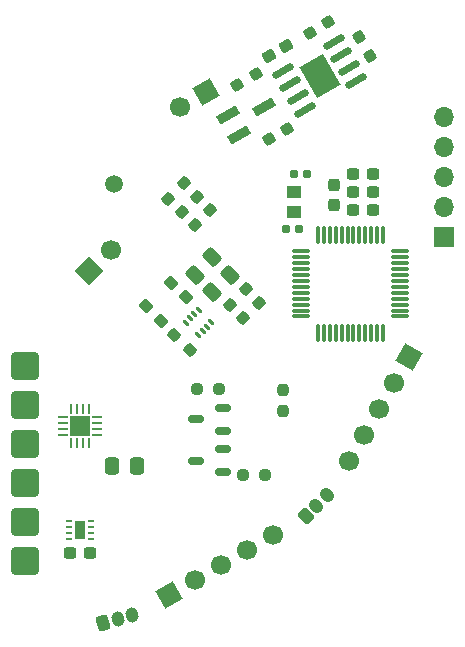
<source format=gbr>
%TF.GenerationSoftware,KiCad,Pcbnew,7.0.7*%
%TF.CreationDate,2023-12-04T17:40:57-05:00*%
%TF.ProjectId,PEEKbot_APS,5045454b-626f-4745-9f41-50532e6b6963,rev?*%
%TF.SameCoordinates,Original*%
%TF.FileFunction,Soldermask,Bot*%
%TF.FilePolarity,Negative*%
%FSLAX46Y46*%
G04 Gerber Fmt 4.6, Leading zero omitted, Abs format (unit mm)*
G04 Created by KiCad (PCBNEW 7.0.7) date 2023-12-04 17:40:57*
%MOMM*%
%LPD*%
G01*
G04 APERTURE LIST*
G04 Aperture macros list*
%AMRoundRect*
0 Rectangle with rounded corners*
0 $1 Rounding radius*
0 $2 $3 $4 $5 $6 $7 $8 $9 X,Y pos of 4 corners*
0 Add a 4 corners polygon primitive as box body*
4,1,4,$2,$3,$4,$5,$6,$7,$8,$9,$2,$3,0*
0 Add four circle primitives for the rounded corners*
1,1,$1+$1,$2,$3*
1,1,$1+$1,$4,$5*
1,1,$1+$1,$6,$7*
1,1,$1+$1,$8,$9*
0 Add four rect primitives between the rounded corners*
20,1,$1+$1,$2,$3,$4,$5,0*
20,1,$1+$1,$4,$5,$6,$7,0*
20,1,$1+$1,$6,$7,$8,$9,0*
20,1,$1+$1,$8,$9,$2,$3,0*%
%AMHorizOval*
0 Thick line with rounded ends*
0 $1 width*
0 $2 $3 position (X,Y) of the first rounded end (center of the circle)*
0 $4 $5 position (X,Y) of the second rounded end (center of the circle)*
0 Add line between two ends*
20,1,$1,$2,$3,$4,$5,0*
0 Add two circle primitives to create the rounded ends*
1,1,$1,$2,$3*
1,1,$1,$4,$5*%
%AMRotRect*
0 Rectangle, with rotation*
0 The origin of the aperture is its center*
0 $1 length*
0 $2 width*
0 $3 Rotation angle, in degrees counterclockwise*
0 Add horizontal line*
21,1,$1,$2,0,0,$3*%
G04 Aperture macros list end*
%ADD10RoundRect,0.250001X0.899999X0.899999X-0.899999X0.899999X-0.899999X-0.899999X0.899999X-0.899999X0*%
%ADD11RotRect,1.700000X1.700000X300.000000*%
%ADD12HorizOval,1.700000X0.000000X0.000000X0.000000X0.000000X0*%
%ADD13RoundRect,0.249900X0.088388X-0.477438X0.477438X-0.088388X-0.088388X0.477438X-0.477438X0.088388X0*%
%ADD14HorizOval,1.050000X-0.088388X0.088388X0.088388X-0.088388X0*%
%ADD15R,1.700000X1.700000*%
%ADD16O,1.700000X1.700000*%
%ADD17RotRect,1.700000X1.700000X330.000000*%
%ADD18HorizOval,1.700000X0.000000X0.000000X0.000000X0.000000X0*%
%ADD19RotRect,1.700000X1.700000X135.000000*%
%ADD20HorizOval,1.700000X0.000000X0.000000X0.000000X0.000000X0*%
%ADD21RoundRect,0.249900X-0.162173X-0.457668X0.369280X-0.315266X0.162173X0.457668X-0.369280X0.315266X0*%
%ADD22HorizOval,1.050000X-0.032352X0.120741X0.032352X-0.120741X0*%
%ADD23RotRect,1.700000X1.700000X120.000000*%
%ADD24HorizOval,1.700000X0.000000X0.000000X0.000000X0.000000X0*%
%ADD25RoundRect,0.250000X-0.097227X0.574524X-0.574524X0.097227X0.097227X-0.574524X0.574524X-0.097227X0*%
%ADD26RoundRect,0.237500X0.380070X-0.044194X-0.044194X0.380070X-0.380070X0.044194X0.044194X-0.380070X0*%
%ADD27RoundRect,0.150000X0.512500X0.150000X-0.512500X0.150000X-0.512500X-0.150000X0.512500X-0.150000X0*%
%ADD28RoundRect,0.237500X0.250000X0.237500X-0.250000X0.237500X-0.250000X-0.237500X0.250000X-0.237500X0*%
%ADD29RoundRect,0.050000X0.272236X-0.130815X-0.130815X0.272236X-0.272236X0.130815X0.130815X-0.272236X0*%
%ADD30RoundRect,0.237500X0.237500X-0.300000X0.237500X0.300000X-0.237500X0.300000X-0.237500X-0.300000X0*%
%ADD31RoundRect,0.237500X0.344715X-0.008839X-0.008839X0.344715X-0.344715X0.008839X0.008839X-0.344715X0*%
%ADD32R,0.500000X0.250000*%
%ADD33R,0.900000X1.600000*%
%ADD34RoundRect,0.237500X-0.008839X-0.344715X0.344715X0.008839X0.008839X0.344715X-0.344715X-0.008839X0*%
%ADD35RoundRect,0.155000X0.212500X0.155000X-0.212500X0.155000X-0.212500X-0.155000X0.212500X-0.155000X0*%
%ADD36RoundRect,0.237500X-0.300000X-0.237500X0.300000X-0.237500X0.300000X0.237500X-0.300000X0.237500X0*%
%ADD37RotRect,1.900000X0.800000X30.000000*%
%ADD38RoundRect,0.150000X0.639471X0.542404X-0.789471X-0.282596X-0.639471X-0.542404X0.789471X0.282596X0*%
%ADD39RotRect,2.290000X3.000000X210.000000*%
%ADD40RoundRect,0.250000X-0.337500X-0.475000X0.337500X-0.475000X0.337500X0.475000X-0.337500X0.475000X0*%
%ADD41RoundRect,0.237500X-0.097756X-0.330681X0.335256X-0.080681X0.097756X0.330681X-0.335256X0.080681X0*%
%ADD42RoundRect,0.237500X0.330681X-0.097756X0.080681X0.335256X-0.330681X0.097756X-0.080681X-0.335256X0*%
%ADD43RoundRect,0.237500X-0.237500X0.250000X-0.237500X-0.250000X0.237500X-0.250000X0.237500X0.250000X0*%
%ADD44C,1.500000*%
%ADD45RoundRect,0.155000X-0.212500X-0.155000X0.212500X-0.155000X0.212500X0.155000X-0.212500X0.155000X0*%
%ADD46RoundRect,0.237500X-0.141058X-0.355681X0.378558X-0.055681X0.141058X0.355681X-0.378558X0.055681X0*%
%ADD47RoundRect,0.075000X-0.075000X0.662500X-0.075000X-0.662500X0.075000X-0.662500X0.075000X0.662500X0*%
%ADD48RoundRect,0.075000X-0.662500X0.075000X-0.662500X-0.075000X0.662500X-0.075000X0.662500X0.075000X0*%
%ADD49R,1.200000X1.050000*%
%ADD50RoundRect,0.237500X0.300000X0.237500X-0.300000X0.237500X-0.300000X-0.237500X0.300000X-0.237500X0*%
%ADD51RoundRect,0.062500X-0.355000X-0.062500X0.355000X-0.062500X0.355000X0.062500X-0.355000X0.062500X0*%
%ADD52RoundRect,0.062500X-0.062500X-0.355000X0.062500X-0.355000X0.062500X0.355000X-0.062500X0.355000X0*%
%ADD53R,1.680000X1.680000*%
G04 APERTURE END LIST*
D10*
%TO.C,H2*%
X18148613Y-173979091D03*
%TD*%
D11*
%TO.C,J1*%
X33461793Y-147535201D03*
D12*
X31262088Y-148805201D03*
%TD*%
D10*
%TO.C,H4*%
X18148607Y-170677104D03*
%TD*%
%TO.C,H5*%
X18118597Y-187187097D03*
%TD*%
%TO.C,H3*%
X18148617Y-177281105D03*
%TD*%
D13*
%TO.C,U4*%
X41922717Y-183439438D03*
D14*
X42820743Y-182541412D03*
X43718768Y-181643387D03*
%TD*%
D15*
%TO.C,J3*%
X53642826Y-159755108D03*
D16*
X53642826Y-157215108D03*
X53642826Y-154675108D03*
X53642826Y-152135108D03*
X53642826Y-149595108D03*
%TD*%
D10*
%TO.C,H6*%
X18148593Y-183885098D03*
%TD*%
D17*
%TO.C,J4*%
X50643104Y-169939619D03*
D18*
X49373104Y-172139324D03*
X48103104Y-174339028D03*
X46833104Y-176538733D03*
X45563104Y-178738437D03*
%TD*%
D19*
%TO.C,J5*%
X23601238Y-162701477D03*
D20*
X25397289Y-160905426D03*
%TD*%
D21*
%TO.C,U2*%
X24760991Y-192483565D03*
D22*
X25987717Y-192154865D03*
X27214443Y-191826165D03*
%TD*%
D23*
%TO.C,J2*%
X30310310Y-190133488D03*
D24*
X32510015Y-188863488D03*
X34709719Y-187593488D03*
X36909424Y-186323488D03*
X39109128Y-185053488D03*
%TD*%
D10*
%TO.C,H1*%
X18148596Y-180583103D03*
%TD*%
D25*
%TO.C,C17*%
X34008939Y-161514573D03*
X32541693Y-162981819D03*
%TD*%
D26*
%TO.C,C16*%
X31752322Y-164902111D03*
X30532562Y-163682351D03*
%TD*%
D27*
%TO.C,Q4*%
X34876414Y-177758700D03*
X34876414Y-179658700D03*
X32601414Y-178708700D03*
%TD*%
D28*
%TO.C,R14*%
X34529911Y-172678696D03*
X32704911Y-172678696D03*
%TD*%
D29*
%TO.C,U7*%
X33895128Y-167016542D03*
X33541575Y-167370095D03*
X33188021Y-167723649D03*
X32834468Y-168077202D03*
X31787950Y-167030684D03*
X32141503Y-166677131D03*
X32495057Y-166323577D03*
X32848610Y-165970024D03*
%TD*%
D30*
%TO.C,C9*%
X44308102Y-157100991D03*
X44308102Y-155375991D03*
%TD*%
D31*
%TO.C,R19*%
X32078788Y-169333096D03*
X30788318Y-168042626D03*
%TD*%
D32*
%TO.C,U8*%
X21837916Y-185346304D03*
X21837916Y-184846304D03*
X21837916Y-184346304D03*
X21837916Y-183846304D03*
X23737916Y-183846304D03*
X23737916Y-184346304D03*
X23737916Y-184846304D03*
X23737916Y-185346304D03*
D33*
X22787916Y-184596304D03*
%TD*%
D27*
%TO.C,Q3*%
X34887407Y-174283896D03*
X34887407Y-176183896D03*
X32612407Y-175233896D03*
%TD*%
D25*
%TO.C,C15*%
X35481716Y-162987324D03*
X34014470Y-164454570D03*
%TD*%
D26*
%TO.C,C14*%
X29624925Y-166876549D03*
X28405165Y-165656789D03*
%TD*%
D34*
%TO.C,R21*%
X36642113Y-166640350D03*
X37932583Y-165349880D03*
%TD*%
D35*
%TO.C,C1*%
X41351603Y-159108543D03*
X40216603Y-159108543D03*
%TD*%
D36*
%TO.C,C7*%
X45884002Y-154408603D03*
X47609002Y-154408603D03*
%TD*%
D37*
%TO.C,ESD1*%
X36253240Y-151105064D03*
X35303240Y-149459616D03*
X38376316Y-148782340D03*
%TD*%
D38*
%TO.C,U1*%
X44273015Y-143255312D03*
X44908015Y-144355164D03*
X45543015Y-145455016D03*
X46178015Y-146554868D03*
X41891189Y-149029868D03*
X41256189Y-147930016D03*
X40621189Y-146830164D03*
X39986189Y-145730312D03*
D39*
X43082102Y-146142590D03*
%TD*%
D40*
%TO.C,C12*%
X25513907Y-179211496D03*
X27588907Y-179211496D03*
%TD*%
D28*
%TO.C,R17*%
X38441502Y-179943100D03*
X36616502Y-179943100D03*
%TD*%
D41*
%TO.C,R2*%
X42256365Y-142477186D03*
X43836861Y-141564686D03*
%TD*%
%TO.C,R4*%
X36116811Y-146902696D03*
X37697307Y-145990196D03*
%TD*%
D34*
%TO.C,R22*%
X32520024Y-158769345D03*
X33810494Y-157478875D03*
%TD*%
D42*
%TO.C,R1*%
X47316854Y-144419806D03*
X46404354Y-142839310D03*
%TD*%
D43*
%TO.C,R10*%
X39949798Y-172728193D03*
X39949798Y-174553193D03*
%TD*%
D44*
%TO.C,TP1*%
X25652000Y-155335486D03*
%TD*%
D36*
%TO.C,C5*%
X45885105Y-155932609D03*
X47610105Y-155932609D03*
%TD*%
D45*
%TO.C,C3*%
X40927805Y-154485748D03*
X42062805Y-154485748D03*
%TD*%
D46*
%TO.C,C4*%
X38780834Y-144483805D03*
X40274728Y-143621305D03*
%TD*%
D36*
%TO.C,C6*%
X45885118Y-157456607D03*
X47610118Y-157456607D03*
%TD*%
D34*
%TO.C,R20*%
X35539633Y-165515662D03*
X36830103Y-164225192D03*
%TD*%
%TO.C,R23*%
X30292921Y-156542241D03*
X31583391Y-155251771D03*
%TD*%
D47*
%TO.C,U3*%
X42957705Y-159596410D03*
X43457705Y-159596410D03*
X43957705Y-159596410D03*
X44457705Y-159596410D03*
X44957705Y-159596410D03*
X45457705Y-159596410D03*
X45957705Y-159596410D03*
X46457705Y-159596410D03*
X46957705Y-159596410D03*
X47457705Y-159596410D03*
X47957705Y-159596410D03*
X48457705Y-159596410D03*
D48*
X49870205Y-161008910D03*
X49870205Y-161508910D03*
X49870205Y-162008910D03*
X49870205Y-162508910D03*
X49870205Y-163008910D03*
X49870205Y-163508910D03*
X49870205Y-164008910D03*
X49870205Y-164508910D03*
X49870205Y-165008910D03*
X49870205Y-165508910D03*
X49870205Y-166008910D03*
X49870205Y-166508910D03*
D47*
X48457705Y-167921410D03*
X47957705Y-167921410D03*
X47457705Y-167921410D03*
X46957705Y-167921410D03*
X46457705Y-167921410D03*
X45957705Y-167921410D03*
X45457705Y-167921410D03*
X44957705Y-167921410D03*
X44457705Y-167921410D03*
X43957705Y-167921410D03*
X43457705Y-167921410D03*
X42957705Y-167921410D03*
D48*
X41545205Y-166508910D03*
X41545205Y-166008910D03*
X41545205Y-165508910D03*
X41545205Y-165008910D03*
X41545205Y-164508910D03*
X41545205Y-164008910D03*
X41545205Y-163508910D03*
X41545205Y-163008910D03*
X41545205Y-162508910D03*
X41545205Y-162008910D03*
X41545205Y-161508910D03*
X41545205Y-161008910D03*
%TD*%
D49*
%TO.C,LSE1*%
X40939301Y-157628004D03*
X40939301Y-155978004D03*
%TD*%
D50*
%TO.C,C19*%
X23653599Y-186577508D03*
X21928599Y-186577508D03*
%TD*%
D41*
%TO.C,R3*%
X38785682Y-151526449D03*
X40366178Y-150613949D03*
%TD*%
D51*
%TO.C,U6*%
X21349001Y-176553900D03*
X21349001Y-176053900D03*
X21349001Y-175553900D03*
X21349001Y-175053900D03*
D52*
X22056501Y-174346400D03*
X22556501Y-174346400D03*
X23056501Y-174346400D03*
X23556501Y-174346400D03*
D51*
X24264001Y-175053900D03*
X24264001Y-175553900D03*
X24264001Y-176053900D03*
X24264001Y-176553900D03*
D52*
X23556501Y-177261400D03*
X23056501Y-177261400D03*
X22556501Y-177261400D03*
X22056501Y-177261400D03*
D53*
X22806501Y-175803900D03*
%TD*%
D34*
%TO.C,R24*%
X31406465Y-157655786D03*
X32696935Y-156365316D03*
%TD*%
M02*

</source>
